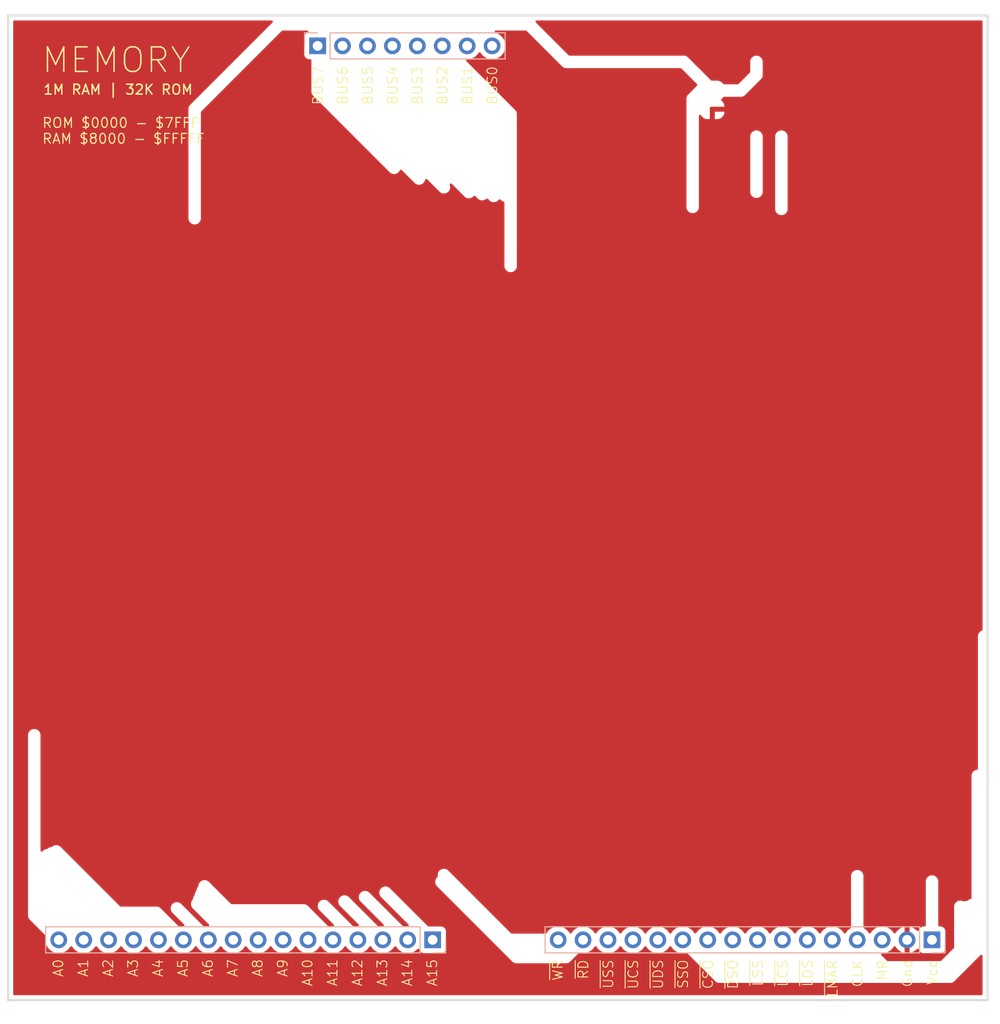
<source format=kicad_pcb>
(kicad_pcb (version 20211014) (generator pcbnew)
  (layers (0 "F.Cu" signal) (1 "In1.Cu" signal) (2 "In2.Cu" signal) (31 "B.Cu" signal) (34 "B.Paste" user) (35 "F.Paste" user) (36 "B.SilkS" user "B.Silkscreen") (37 "F.SilkS" user "F.Silkscreen") (38 "B.Mask" user) (39 "F.Mask" user) (44 "Edge.Cuts" user))
  (net 0 "")
  (net 1 "GND")
  (net 2 "BUS7")
  (net 3 "BUS6")
  (net 4 "BUS5")
  (net 5 "BUS4")
  (net 6 "BUS3")
  (net 7 "BUS2")
  (net 8 "BUS1")
  (net 9 "BUS0")
  (net 10 "ADDR_BUS0")
  (net 11 "ADDR_BUS1")
  (net 12 "ADDR_BUS2")
  (net 13 "ADDR_BUS3")
  (net 14 "ADDR_BUS4")
  (net 15 "ADDR_BUS5")
  (net 16 "ADDR_BUS6")
  (net 17 "ADDR_BUS7")
  (net 18 "~{WRITE}")
  (net 19 "+5V")
  (net 20 "~{READ}")
  (net 21 "CLOCK")
  (net 22 "ADDR_BUS8")
  (net 23 "ADDR_BUS9")
  (net 24 "ADDR_BUS10")
  (net 25 "ADDR_BUS11")
  (net 26 "ADDR_BUS12")
  (net 27 "ADDR_BUS13")
  (net 28 "ADDR_BUS14")
  (net 29 "ADDR_BUS15")
  (net 30 "~{LATCH_DATA_SEGMENT}")
  (net 31 "RESET")
  (net 32 "~{DATA_SEGMENT_OUT}")
  (net 33 "~{LATCH_CODE_SEGMENT}")
  (net 34 "~{CODE_SEGMENT_OUT}")
  (net 35 "~{LATCH_STACK_SEGMENT}")
  (net 36 "~{STACK_SEGMENT_OUT}")
  (net 37 "~{LATCH_MAR}")
  (net 38 "VCC")
  (net 39 "~{USE_DATA_SEGMENT}")
  (net 40 "~{USE_CODE_SEGMENT}")
  (net 41 "~{USE_STACK_SEGMENT}")
  (footprint "Connector_PinHeader_2.54mm:PinHeader_1x16_P2.54mm_Vertical" (layer "B.Cu") (at 168.43733 136.498818 90)
    (fp_text reference "J3" hide)
    (fp_text value "Conn_01x16")
    (fp_line (start -1.33 0) (end -1.33 1.33) (layer "B.SilkS") (width 0.12))
    (fp_line (start -1.33 -1.27) (end 1.33 -1.27) (layer "B.SilkS") (width 0.12))
    (fp_line (start 1.33 -1.27) (end 1.33 -39.43) (layer "B.SilkS") (width 0.12))
    (fp_line (start -1.33 -39.43) (end 1.33 -39.43) (layer "B.SilkS") (width 0.12))
    (fp_line (start -1.33 -1.27) (end -1.33 -39.43) (layer "B.SilkS") (width 0.12))
    (fp_line (start -1.33 1.33) (end 0 1.33) (layer "B.SilkS") (width 0.12))
    (pad "1" thru_hole rect locked (at 0 0 90) (size 1.7 1.7) (drill 1) (layers *.Cu *.Mask) (net 19 "+5V"))
    (pad "2" thru_hole oval locked (at 0 -2.54 90) (size 1.7 1.7) (drill 1) (layers *.Cu *.Mask) (net 1 "GND"))
    (pad "3" thru_hole oval locked (at 0 -5.08 90) (size 1.7 1.7) (drill 1) (layers *.Cu *.Mask) (net 31 "RESET"))
    (pad "4" thru_hole oval locked (at 0 -7.62 90) (size 1.7 1.7) (drill 1) (layers *.Cu *.Mask) (net 21 "CLOCK"))
    (pad "5" thru_hole oval locked (at 0 -10.16 90) (size 1.7 1.7) (drill 1) (layers *.Cu *.Mask) (net 37 "~{LATCH_MAR}"))
    (pad "6" thru_hole oval locked (at 0 -12.7 90) (size 1.7 1.7) (drill 1) (layers *.Cu *.Mask) (net 30 "~{LATCH_DATA_SEGMENT}"))
    (pad "7" thru_hole oval locked (at 0 -15.24 90) (size 1.7 1.7) (drill 1) (layers *.Cu *.Mask) (net 33 "~{LATCH_CODE_SEGMENT}"))
    (pad "8" thru_hole oval locked (at 0 -17.78 90) (size 1.7 1.7) (drill 1) (layers *.Cu *.Mask) (net 35 "~{LATCH_STACK_SEGMENT}"))
    (pad "9" thru_hole oval locked (at 0 -20.32 90) (size 1.7 1.7) (drill 1) (layers *.Cu *.Mask) (net 32 "~{DATA_SEGMENT_OUT}"))
    (pad "10" thru_hole oval locked (at 0 -22.86 90) (size 1.7 1.7) (drill 1) (layers *.Cu *.Mask) (net 34 "~{CODE_SEGMENT_OUT}"))
    (pad "11" thru_hole oval locked (at 0 -25.4 90) (size 1.7 1.7) (drill 1) (layers *.Cu *.Mask) (net 36 "~{STACK_SEGMENT_OUT}"))
    (pad "12" thru_hole oval locked (at 0 -27.94 90) (size 1.7 1.7) (drill 1) (layers *.Cu *.Mask) (net 39 "~{USE_DATA_SEGMENT}"))
    (pad "13" thru_hole oval locked (at 0 -30.48 90) (size 1.7 1.7) (drill 1) (layers *.Cu *.Mask) (net 40 "~{USE_CODE_SEGMENT}"))
    (pad "14" thru_hole oval locked (at 0 -33.02 90) (size 1.7 1.7) (drill 1) (layers *.Cu *.Mask) (net 41 "~{USE_STACK_SEGMENT}"))
    (pad "15" thru_hole oval locked (at 0 -35.56 90) (size 1.7 1.7) (drill 1) (layers *.Cu *.Mask) (net 20 "~{READ}"))
    (pad "16" thru_hole oval locked (at 0 -38.1 90) (size 1.7 1.7) (drill 1) (layers *.Cu *.Mask) (net 18 "~{WRITE}"))
  )
  (footprint "Connector_PinHeader_2.54mm:PinHeader_1x08_P2.54mm_Vertical" (layer "B.Cu") (at 105.82733 45.448818 -90)
    (fp_text reference "J2" hide)
    (fp_text value "Conn_01x08")
    (fp_line (start 1.33 -1.27) (end 1.33 -19.11) (layer "B.SilkS") (width 0.12))
    (fp_line (start -1.33 0) (end -1.33 1.33) (layer "B.SilkS") (width 0.12))
    (fp_line (start -1.33 -1.27) (end -1.33 -19.11) (layer "B.SilkS") (width 0.12))
    (fp_line (start -1.33 -19.11) (end 1.33 -19.11) (layer "B.SilkS") (width 0.12))
    (fp_line (start -1.33 1.33) (end 0 1.33) (layer "B.SilkS") (width 0.12))
    (fp_line (start -1.33 -1.27) (end 1.33 -1.27) (layer "B.SilkS") (width 0.12))
    (pad "1" thru_hole rect locked (at 0 0 270) (size 1.7 1.7) (drill 1) (layers *.Cu *.Mask) (net 2 "BUS7"))
    (pad "2" thru_hole oval locked (at 0 -2.54 270) (size 1.7 1.7) (drill 1) (layers *.Cu *.Mask) (net 3 "BUS6"))
    (pad "3" thru_hole oval locked (at 0 -5.08 270) (size 1.7 1.7) (drill 1) (layers *.Cu *.Mask) (net 4 "BUS5"))
    (pad "4" thru_hole oval locked (at 0 -7.62 270) (size 1.7 1.7) (drill 1) (layers *.Cu *.Mask) (net 5 "BUS4"))
    (pad "5" thru_hole oval locked (at 0 -10.16 270) (size 1.7 1.7) (drill 1) (layers *.Cu *.Mask) (net 6 "BUS3"))
    (pad "6" thru_hole oval locked (at 0 -12.7 270) (size 1.7 1.7) (drill 1) (layers *.Cu *.Mask) (net 7 "BUS2"))
    (pad "7" thru_hole oval locked (at 0 -15.24 270) (size 1.7 1.7) (drill 1) (layers *.Cu *.Mask) (net 8 "BUS1"))
    (pad "8" thru_hole oval locked (at 0 -17.78 270) (size 1.7 1.7) (drill 1) (layers *.Cu *.Mask) (net 9 "BUS0"))
  )
  (footprint "Connector_PinHeader_2.54mm:PinHeader_1x16_P2.54mm_Vertical" (layer "B.Cu") (at 117.54733 136.498818 90)
    (fp_text reference "J1" hide)
    (fp_text value "Conn_01x16")
    (fp_line (start 1.33 -1.27) (end 1.33 -39.43) (layer "B.SilkS") (width 0.12))
    (fp_line (start -1.33 1.33) (end 0 1.33) (layer "B.SilkS") (width 0.12))
    (fp_line (start -1.33 0) (end -1.33 1.33) (layer "B.SilkS") (width 0.12))
    (fp_line (start -1.33 -39.43) (end 1.33 -39.43) (layer "B.SilkS") (width 0.12))
    (fp_line (start -1.33 -1.27) (end -1.33 -39.43) (layer "B.SilkS") (width 0.12))
    (fp_line (start -1.33 -1.27) (end 1.33 -1.27) (layer "B.SilkS") (width 0.12))
    (pad "1" thru_hole rect locked (at 0 0 90) (size 1.7 1.7) (drill 1) (layers *.Cu *.Mask) (net 29 "ADDR_BUS15"))
    (pad "2" thru_hole oval locked (at 0 -2.54 90) (size 1.7 1.7) (drill 1) (layers *.Cu *.Mask) (net 28 "ADDR_BUS14"))
    (pad "3" thru_hole oval locked (at 0 -5.08 90) (size 1.7 1.7) (drill 1) (layers *.Cu *.Mask) (net 27 "ADDR_BUS13"))
    (pad "4" thru_hole oval locked (at 0 -7.62 90) (size 1.7 1.7) (drill 1) (layers *.Cu *.Mask) (net 26 "ADDR_BUS12"))
    (pad "5" thru_hole oval locked (at 0 -10.16 90) (size 1.7 1.7) (drill 1) (layers *.Cu *.Mask) (net 25 "ADDR_BUS11"))
    (pad "6" thru_hole oval locked (at 0 -12.7 90) (size 1.7 1.7) (drill 1) (layers *.Cu *.Mask) (net 24 "ADDR_BUS10"))
    (pad "7" thru_hole oval locked (at 0 -15.24 90) (size 1.7 1.7) (drill 1) (layers *.Cu *.Mask) (net 23 "ADDR_BUS9"))
    (pad "8" thru_hole oval locked (at 0 -17.78 90) (size 1.7 1.7) (drill 1) (layers *.Cu *.Mask) (net 22 "ADDR_BUS8"))
    (pad "9" thru_hole oval locked (at 0 -20.32 90) (size 1.7 1.7) (drill 1) (layers *.Cu *.Mask) (net 17 "ADDR_BUS7"))
    (pad "10" thru_hole oval locked (at 0 -22.86 90) (size 1.7 1.7) (drill 1) (layers *.Cu *.Mask) (net 16 "ADDR_BUS6"))
    (pad "11" thru_hole oval locked (at 0 -25.4 90) (size 1.7 1.7) (drill 1) (layers *.Cu *.Mask) (net 15 "ADDR_BUS5"))
    (pad "12" thru_hole oval locked (at 0 -27.94 90) (size 1.7 1.7) (drill 1) (layers *.Cu *.Mask) (net 14 "ADDR_BUS4"))
    (pad "13" thru_hole oval locked (at 0 -30.48 90) (size 1.7 1.7) (drill 1) (layers *.Cu *.Mask) (net 13 "ADDR_BUS3"))
    (pad "14" thru_hole oval locked (at 0 -33.02 90) (size 1.7 1.7) (drill 1) (layers *.Cu *.Mask) (net 12 "ADDR_BUS2"))
    (pad "15" thru_hole oval locked (at 0 -35.56 90) (size 1.7 1.7) (drill 1) (layers *.Cu *.Mask) (net 11 "ADDR_BUS1"))
    (pad "16" thru_hole oval locked (at 0 -38.1 90) (size 1.7 1.7) (drill 1) (layers *.Cu *.Mask) (net 10 "ADDR_BUS0"))
  )
  (gr_rect (start 74.29733 42.348818) (end 174.09733 142.648818) (layer "Edge.Cuts") (width 0.2) (fill none))
  (gr_text "A5" (at 92.09733 138.398818 90) (layer "F.SilkS") (effects (font (size 1 1) (thickness 0.1)) (justify right)))
  (gr_text "~{LMAR}" (at 158.30733 138.448818 90) (layer "F.SilkS") (effects (font (size 1 1) (thickness 0.1)) (justify right)))
  (gr_text "BUS4" (at 113.46733 47.448818 90) (layer "F.SilkS") (effects (font (size 1 1) (thickness 0.1)) (justify right)))
  (gr_text "BUS1" (at 121.08733 47.448818 90) (layer "F.SilkS") (effects (font (size 1 1) (thickness 0.1)) (justify right)))
  (gr_text "~{CSO}" (at 145.60733 138.448818 90) (layer "F.SilkS") (effects (font (size 1 1) (thickness 0.1)) (justify right)))
  (gr_text "BUS2" (at 118.54733 47.448818 90) (layer "F.SilkS") (effects (font (size 1 1) (thickness 0.1)) (justify right)))
  (gr_text "A4" (at 89.55733 138.398818 90) (layer "F.SilkS") (effects (font (size 1 1) (thickness 0.1)) (justify right)))
  (gr_text "BUS3" (at 116.00733 47.448818 90) (layer "F.SilkS") (effects (font (size 1 1) (thickness 0.1)) (justify right)))
  (gr_text "A7" (at 97.17733 138.398818 90) (layer "F.SilkS") (effects (font (size 1 1) (thickness 0.1)) (justify right)))
  (gr_text "A0" (at 79.39733 138.398818 90) (layer "F.SilkS") (effects (font (size 1 1) (thickness 0.1)) (justify right)))
  (gr_text "A2" (at 84.47733 138.398818 90) (layer "F.SilkS") (effects (font (size 1 1) (thickness 0.1)) (justify right)))
  (gr_text "~{UCS}" (at 137.98733 138.448818 90) (layer "F.SilkS") (effects (font (size 1 1) (thickness 0.1)) (justify right)))
  (gr_text "A1" (at 81.93733 138.398818 90) (layer "F.SilkS") (effects (font (size 1 1) (thickness 0.1)) (justify right)))
  (gr_text "A12" (at 109.87733 138.398818 90) (layer "F.SilkS") (effects (font (size 1 1) (thickness 0.1)) (justify right)))
  (gr_text "~{SSO}" (at 143.06733 138.448818 90) (layer "F.SilkS") (effects (font (size 1 1) (thickness 0.1)) (justify right)))
  (gr_text "~{USS}" (at 135.44733 138.448818 90) (layer "F.SilkS") (effects (font (size 1 1) (thickness 0.1)) (justify right)))
  (gr_text "~{DSO}" (at 148.14733 138.448818 90) (layer "F.SilkS") (effects (font (size 1 1) (thickness 0.1)) (justify right)))
  (gr_text "A3" (at 87.01733 138.398818 90) (layer "F.SilkS") (effects (font (size 1 1) (thickness 0.1)) (justify right)))
  (gr_text "~{RD}" (at 132.89733 138.448818 90) (layer "F.SilkS") (effects (font (size 1 1) (thickness 0.1)) (justify right)))
  (gr_text "A15" (at 117.49733 138.398818 90) (layer "F.SilkS") (effects (font (size 1 1) (thickness 0.1)) (justify right)))
  (gr_text "A9" (at 102.25733 138.398818 90) (layer "F.SilkS") (effects (font (size 1 1) (thickness 0.1)) (justify right)))
  (gr_text "1M RAM | 32K ROM" (at 77.8 49.9) (layer "F.SilkS") (effects (font (size 1 1)) (justify left)))
  (gr_text "BUS0" (at 123.62733 47.448818 90) (layer "F.SilkS") (effects (font (size 1 1) (thickness 0.1)) (justify right)))
  (gr_text "~{WR}" (at 130.29733 138.448818 90) (layer "F.SilkS") (effects (font (size 1 1) (thickness 0.1)) (justify right)))
  (gr_text "~{LSS}" (at 150.68733 138.448818 90) (layer "F.SilkS") (effects (font (size 1 1) (thickness 0.1)) (justify right)))
  (gr_text "~{LCS}" (at 153.22733 138.448818 90) (layer "F.SilkS") (effects (font (size 1 1) (thickness 0.1)) (justify right)))
  (gr_text "~{LDS}" (at 155.76733 138.448818 90) (layer "F.SilkS") (effects (font (size 1 1) (thickness 0.1)) (justify right)))
  (gr_text "BUS7" (at 105.84733 47.448818 90) (layer "F.SilkS") (effects (font (size 1 1) (thickness 0.1)) (justify right)))
  (gr_text "~{UDS}" (at 140.52733 138.448818 90) (layer "F.SilkS") (effects (font (size 1 1) (thickness 0.1)) (justify right)))
  (gr_text "ROM $0000 - $7FFF\nRAM $8000 - $FFFFF\n" (at 77.7 54.1) (layer "F.SilkS") (effects (font (size 1 1) (thickness 0.12)) (justify left)))
  (gr_text "A13" (at 112.41733 138.398818 90) (layer "F.SilkS") (effects (font (size 1 1) (thickness 0.1)) (justify right)))
  (gr_text "BUS5" (at 110.92733 47.448818 90) (layer "F.SilkS") (effects (font (size 1 1) (thickness 0.1)) (justify right)))
  (gr_text "A14" (at 114.95733 138.398818 90) (layer "F.SilkS") (effects (font (size 1 1) (thickness 0.1)) (justify right)))
  (gr_text "A6" (at 94.63733 138.398818 90) (layer "F.SilkS") (effects (font (size 1 1) (thickness 0.1)) (justify right)))
  (gr_text "MEMORY" (at 77.6 46.9) (layer "F.SilkS") (effects (font (size 2.5 2.5)) (justify left)))
  (gr_text "MR" (at 163.38733 138.448818 90) (layer "F.SilkS") (effects (font (size 1 1) (thickness 0.1)) (justify right)))
  (gr_text "Gnd" (at 165.92733 138.448818 90) (layer "F.SilkS") (effects (font (size 1 1) (thickness 0.1)) (justify right)))
  (gr_text "A8" (at 99.71733 138.398818 90) (layer "F.SilkS") (effects (font (size 1 1) (thickness 0.1)) (justify right)))
  (gr_text "A11" (at 107.33733 138.398818 90) (layer "F.SilkS") (effects (font (size 1 1) (thickness 0.1)) (justify right)))
  (gr_text "BUS6" (at 108.38733 47.448818 90) (layer "F.SilkS") (effects (font (size 1 1) (thickness 0.1)) (justify right)))
  (gr_text "Vcc" (at 168.46733 138.448818 90) (layer "F.SilkS") (effects (font (size 1 1) (thickness 0.1)) (justify right)))
  (gr_text "CLK" (at 160.84733 138.448818 90) (layer "F.SilkS") (effects (font (size 1 1) (thickness 0.1)) (justify right)))
  (gr_text "A10" (at 104.79733 138.398818 90) (layer "F.SilkS") (effects (font (size 1 1) (thickness 0.1)) (justify right)))
  (zone (net 1) (net_name "GND") (layers "F.Cu" "In1.Cu") (connect_pads (clearance 0.508)) (min_thickness 0.254) (fill yes (thermal_gap 0.508) (thermal_bridge_width 0.508))
    (polygon (pts (xy 175 144.05) (xy 73.8 144.2) (xy 74.09733 42.098818) (xy 174.59733 41.298818)))
  )
)
</source>
